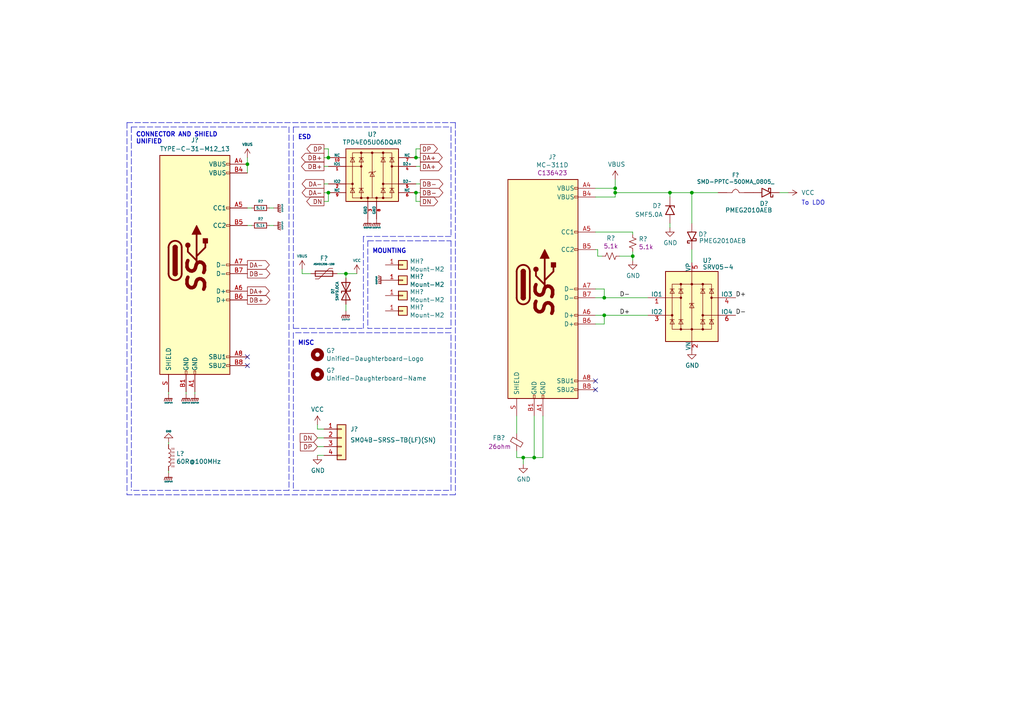
<source format=kicad_sch>
(kicad_sch (version 20211123) (generator eeschema)
  (paper "A4")
  (lib_symbols
    (symbol "Bonsai_C4:MC-311D" (pin_names (offset 1.016))
      (property "Reference" "J" (at -1.27 35.56 0))
      (property "Value" "MC-311D" (at 10.16 33.02 0))
      (property "LCSC" "C136423" (at 0 0 0))
      (symbol "MC-311D_0_0"
        (rectangle (start -0.254 -31.75) (end 0.254 -30.734))
        (rectangle (start 10.16 -28.956) (end 9.144 -29.464))
        (rectangle (start 10.16 -26.416) (end 9.144 -26.924))
        (rectangle (start 10.16 -9.906) (end 9.144 -10.414))
        (rectangle (start 10.16 -7.366) (end 9.144 -7.874))
        (rectangle (start 10.16 -2.286) (end 9.144 -2.794))
        (rectangle (start 10.16 0.254) (end 9.144 -0.254))
        (rectangle (start 10.16 11.684) (end 9.144 11.176))
        (rectangle (start 10.16 16.764) (end 9.144 16.256))
        (rectangle (start 10.16 29.464) (end 9.144 28.956))
        (text "SS" (at 0.508 -3.175 900) (effects (font (size 5.08 5.08) bold italic)))
      )
      (symbol "MC-311D_0_1"
        (rectangle (start -10.16 31.75) (end 10.16 -31.75) (stroke (width 0.254)) (fill (type background)))
        (arc (start -7.62 -2.54) (mid -5.715 -4.445) (end -3.81 -2.54) (stroke (width 0.508)))
        (arc (start -6.35 -2.54) (mid -5.715 -3.175) (end -5.08 -2.54) (stroke (width 0.254)))
        (arc (start -6.35 -2.54) (mid -5.715 -3.175) (end -5.08 -2.54) (stroke (width 0.254)) (fill (type outline)))
        (rectangle (start -6.35 -2.54) (end -5.08 5.08) (stroke (width 0.254)) (fill (type outline)))
        (arc (start -5.08 5.08) (mid -5.715 5.715) (end -6.35 5.08) (stroke (width 0.254)))
        (arc (start -5.08 5.08) (mid -5.715 5.715) (end -6.35 5.08) (stroke (width 0.254)) (fill (type outline)))
        (arc (start -3.81 5.08) (mid -5.715 6.985) (end -7.62 5.08) (stroke (width 0.508)))
        (circle (center -2.032 5.715) (radius 0.635) (stroke (width 0.254)) (fill (type outline)))
        (polyline (pts (xy -7.62 -2.54) (xy -7.62 5.08)) (stroke (width 0.508)))
        (polyline (pts (xy -3.81 5.08) (xy -3.81 -2.54)) (stroke (width 0.508)))
        (polyline (pts (xy 0.508 0) (xy 0.508 8.89)) (stroke (width 0.508)))
        (polyline (pts (xy 0.508 1.27) (xy -2.032 3.81) (xy -2.032 5.08)) (stroke (width 0.508)))
        (polyline (pts (xy 0.508 2.54) (xy 3.048 5.08) (xy 3.048 6.35)) (stroke (width 0.508)))
        (polyline (pts (xy -0.762 8.89) (xy 0.508 11.43) (xy 1.778 8.89) (xy -0.762 8.89)) (stroke (width 0.254)) (fill (type outline)))
        (rectangle (start 2.413 6.35) (end 3.683 7.62) (stroke (width 0.254)) (fill (type outline)))
      )
      (symbol "MC-311D_1_1"
        (rectangle (start -2.794 -31.75) (end -2.286 -30.734))
        (rectangle (start 10.16 26.924) (end 9.144 26.416))
        (pin power_out line (at 0 -36.83 90) (length 5.08) (name "GND") (number "A1"))
        (pin power_out line (at 15.24 29.21 180) (length 5.08) (name "VBUS") (number "A4"))
        (pin bidirectional line (at 15.24 16.51 180) (length 5.08) (name "CC1") (number "A5"))
        (pin bidirectional line (at 15.24 -7.62 180) (length 5.08) (name "D+") (number "A6"))
        (pin bidirectional line (at 15.24 0 180) (length 5.08) (name "D-") (number "A7"))
        (pin bidirectional line (at 15.24 -26.67 180) (length 5.08) (name "SBU1") (number "A8"))
        (pin power_out line (at -2.54 -36.83 90) (length 5.08) (name "GND") (number "B1"))
        (pin power_out line (at 15.24 26.67 180) (length 5.08) (name "VBUS") (number "B4"))
        (pin bidirectional line (at 15.24 11.43 180) (length 5.08) (name "CC2") (number "B5"))
        (pin bidirectional line (at 15.24 -10.16 180) (length 5.08) (name "D+") (number "B6"))
        (pin bidirectional line (at 15.24 -2.54 180) (length 5.08) (name "D-") (number "B7"))
        (pin bidirectional line (at 15.24 -29.21 180) (length 5.08) (name "SBU2") (number "B8"))
        (pin passive line (at -7.62 -36.83 90) (length 5.08) (name "SHIELD") (number "S"))
      )
    )
    (symbol "Bonsai_C4:PMEG2010AEB" (pin_numbers hide) (pin_names (offset 1.016) hide)
      (property "Reference" "D" (at 0 2.54 0))
      (property "Value" "PMEG2010AEB" (at 0 -2.54 0))
      (symbol "PMEG2010AEB_0_1"
        (polyline (pts (xy 1.27 1.27) (xy 1.27 -1.27) (xy -1.27 0) (xy 1.27 1.27)) (stroke (width 0.254)))
        (polyline (pts (xy -1.905 0.635) (xy -1.905 1.27) (xy -1.27 1.27) (xy -1.27 -1.27) (xy -0.635 -1.27) (xy -0.635 -0.635)) (stroke (width 0.254)))
      )
      (symbol "PMEG2010AEB_1_1"
        (pin passive line (at -3.81 0 0) (length 2.54) (name "K") (number "1"))
        (pin passive line (at 3.81 0 180) (length 2.54) (name "A") (number "2"))
      )
    )
    (symbol "Bonsai_C4:SMD-PPTC-500MA_0805_" (pin_numbers hide) (pin_names (offset 1.016) hide)
      (property "Reference" "F" (at -3.81 2.54 0))
      (property "Value" "SMD-PPTC-500MA_0805_" (at -3.81 -2.54 0))
      (symbol "SMD-PPTC-500MA_0805__1_0"
        (polyline (pts (xy -2.54 0) (xy -1.016 0)))
        (polyline (pts (xy 2.54 0) (xy 1.016 0)))
      )
      (symbol "SMD-PPTC-500MA_0805__1_1"
        (arc (start -1.016 0) (mid -0.6429 -0.6429) (end 0 -1.016))
        (arc (start 0 -1.016) (mid 0.6429 -0.6429) (end 1.016 0))
        (pin bidirectional line (at -5.08 0 0) (length 2.54) (name "1") (number "1"))
        (pin bidirectional line (at 5.08 0 180) (length 2.54) (name "2") (number "2"))
      )
    )
    (symbol "Bonsai_C4:SMF5.0A" (pin_numbers hide) (pin_names (offset 1.016) hide)
      (property "Reference" "D" (at 0 2.54 0))
      (property "Value" "SMF5.0A" (at 0 -2.54 0))
      (symbol "SMF5.0A_0_1"
        (polyline (pts (xy -0.762 1.27) (xy -1.27 1.27) (xy -1.27 -1.27)) (stroke (width 0.254)))
        (polyline (pts (xy 1.27 1.27) (xy 1.27 -1.27) (xy -1.27 0) (xy 1.27 1.27)) (stroke (width 0.254)))
      )
      (symbol "SMF5.0A_1_1"
        (pin passive line (at -3.81 0 0) (length 2.54) (name "A1") (number "1"))
        (pin passive line (at 3.81 0 180) (length 2.54) (name "A2") (number "2"))
      )
    )
    (symbol "Bonsai_C4:SRV05-4" (pin_names (offset 0))
      (property "Reference" "U" (at -5.08 11.43 0))
      (property "Value" "SRV05-4" (at 2.54 11.43 0))
      (symbol "SRV05-4_0_0"
        (rectangle (start -5.715 6.477) (end 5.715 -6.604))
        (polyline (pts (xy -3.175 -6.604) (xy -3.175 6.477)))
        (polyline (pts (xy 3.175 6.477) (xy 3.175 -6.604)))
      )
      (symbol "SRV05-4_0_1"
        (rectangle (start -7.62 10.16) (end 7.62 -10.16) (stroke (width 0.254)) (fill (type background)))
        (circle (center -5.715 -2.54) (radius 0.2794) (fill (type outline)))
        (circle (center -3.175 -6.604) (radius 0.2794) (fill (type outline)))
        (circle (center -3.175 2.54) (radius 0.2794) (fill (type outline)))
        (circle (center -3.175 6.477) (radius 0.2794) (fill (type outline)))
        (circle (center 0 -6.604) (radius 0.2794) (fill (type outline)))
        (polyline (pts (xy -7.747 2.54) (xy -3.175 2.54)))
        (polyline (pts (xy -7.62 -2.54) (xy -5.715 -2.54)))
        (polyline (pts (xy -5.08 -3.81) (xy -6.35 -3.81)))
        (polyline (pts (xy -5.08 5.08) (xy -6.35 5.08)))
        (polyline (pts (xy -2.54 -3.81) (xy -3.81 -3.81)))
        (polyline (pts (xy -2.54 5.08) (xy -3.81 5.08)))
        (polyline (pts (xy 0 10.16) (xy 0 -10.16)))
        (polyline (pts (xy 3.81 -3.81) (xy 2.54 -3.81)))
        (polyline (pts (xy 3.81 5.08) (xy 2.54 5.08)))
        (polyline (pts (xy 6.35 -3.81) (xy 5.08 -3.81)))
        (polyline (pts (xy 6.35 5.08) (xy 5.08 5.08)))
        (polyline (pts (xy 7.62 -2.54) (xy 3.175 -2.54)))
        (polyline (pts (xy 7.62 2.54) (xy 5.715 2.54)))
        (polyline (pts (xy 0.635 0.889) (xy -0.635 0.889) (xy -0.635 0.635)))
        (polyline (pts (xy -5.08 -5.08) (xy -6.35 -5.08) (xy -5.715 -3.81) (xy -5.08 -5.08)))
        (polyline (pts (xy -5.08 3.81) (xy -6.35 3.81) (xy -5.715 5.08) (xy -5.08 3.81)))
        (polyline (pts (xy -2.54 -5.08) (xy -3.81 -5.08) (xy -3.175 -3.81) (xy -2.54 -5.08)))
        (polyline (pts (xy -2.54 3.81) (xy -3.81 3.81) (xy -3.175 5.08) (xy -2.54 3.81)))
        (polyline (pts (xy 0.635 -0.381) (xy -0.635 -0.381) (xy 0 0.889) (xy 0.635 -0.381)))
        (polyline (pts (xy 3.81 -5.08) (xy 2.54 -5.08) (xy 3.175 -3.81) (xy 3.81 -5.08)))
        (polyline (pts (xy 3.81 3.81) (xy 2.54 3.81) (xy 3.175 5.08) (xy 3.81 3.81)))
        (polyline (pts (xy 6.35 -5.08) (xy 5.08 -5.08) (xy 5.715 -3.81) (xy 6.35 -5.08)))
        (polyline (pts (xy 6.35 3.81) (xy 5.08 3.81) (xy 5.715 5.08) (xy 6.35 3.81)))
        (circle (center 0 6.477) (radius 0.2794) (fill (type outline)))
        (circle (center 3.175 -6.604) (radius 0.2794) (fill (type outline)))
        (circle (center 3.175 -2.54) (radius 0.2794) (fill (type outline)))
        (circle (center 3.175 6.477) (radius 0.2794) (fill (type outline)))
        (circle (center 5.715 2.54) (radius 0.2794) (fill (type outline)))
      )
      (symbol "SRV05-4_1_1"
        (pin passive line (at -12.7 2.54 0) (length 5.08) (name "IO1") (number "1"))
        (pin passive line (at 0 -12.7 90) (length 2.54) (name "VN") (number "2"))
        (pin passive line (at -12.7 -2.54 0) (length 5.08) (name "IO2") (number "3"))
        (pin passive line (at 12.7 2.54 180) (length 5.08) (name "IO3") (number "4"))
        (pin passive line (at 0 12.7 270) (length 2.54) (name "VP") (number "5"))
        (pin passive line (at 12.7 -2.54 180) (length 5.08) (name "IO4") (number "6"))
      )
    )
    (symbol "Bonsai_C4:fb_0402_26ohm" (pin_numbers hide) (pin_names (offset 0))
      (property "Reference" "FB" (at -6.35 1.27 0))
      (property "Display value" "26ohm" (at -6.35 -1.905 0))
      (symbol "fb_0402_26ohm_0_1"
        (polyline (pts (xy 0 -1.27) (xy 0 -0.7874)))
        (polyline (pts (xy 0 0.889) (xy 0 1.2954)))
        (polyline (pts (xy -1.8288 0.2794) (xy -1.1176 1.4986) (xy 1.8288 -0.2032) (xy 1.1176 -1.4224) (xy -1.8288 0.2794)))
      )
      (symbol "fb_0402_26ohm_1_1"
        (pin passive line (at 0 2.54 270) (length 1.27) (name "~") (number "1"))
        (pin passive line (at 0 -2.54 90) (length 1.27) (name "~") (number "2"))
      )
    )
    (symbol "Bonsai_C4:r_5.1k_0402_1p" (pin_numbers hide) (pin_names (offset 0.254) hide)
      (property "Reference" "R" (at 0.762 0.508 0))
      (property "Display value" "5.1k" (at -3.81 -0.635 0))
      (symbol "r_5.1k_0402_1p_1_1"
        (polyline (pts (xy 0 0) (xy 1.016 -0.381) (xy 0 -0.762) (xy -1.016 -1.143) (xy 0 -1.524)))
        (polyline (pts (xy 0 1.524) (xy 1.016 1.143) (xy 0 0.762) (xy -1.016 0.381) (xy 0 0)))
        (pin passive line (at 0 2.54 270) (length 1.016) (name "~") (number "1"))
        (pin passive line (at 0 -2.54 90) (length 1.016) (name "~") (number "2"))
      )
    )
    (symbol "Connector_Generic:Conn_01x01" (pin_names (offset 1.016) hide)
      (property "Reference" "J" (at 0 2.54 0))
      (property "Value" "Conn_01x01" (at 0 -2.54 0))
      (symbol "Conn_01x01_1_1"
        (rectangle (start -1.27 0.127) (end 0 -0.127) (stroke (width 0.1524)))
        (rectangle (start -1.27 1.27) (end 1.27 -1.27) (stroke (width 0.254)) (fill (type background)))
        (pin passive line (at -5.08 0 0) (length 3.81) (name "Pin_1") (number "1"))
      )
    )
    (symbol "Connector_Generic:Conn_01x04" (pin_names (offset 1.016) hide)
      (property "Reference" "J" (at 0 5.08 0))
      (property "Value" "Conn_01x04" (at 0 -7.62 0))
      (symbol "Conn_01x04_1_1"
        (rectangle (start -1.27 -4.953) (end 0 -5.207) (stroke (width 0.1524)))
        (rectangle (start -1.27 -2.413) (end 0 -2.667) (stroke (width 0.1524)))
        (rectangle (start -1.27 0.127) (end 0 -0.127) (stroke (width 0.1524)))
        (rectangle (start -1.27 2.667) (end 0 2.413) (stroke (width 0.1524)))
        (rectangle (start -1.27 3.81) (end 1.27 -6.35) (stroke (width 0.254)) (fill (type background)))
        (pin passive line (at -5.08 2.54 0) (length 3.81) (name "Pin_1") (number "1"))
        (pin passive line (at -5.08 0 0) (length 3.81) (name "Pin_2") (number "2"))
        (pin passive line (at -5.08 -2.54 0) (length 3.81) (name "Pin_3") (number "3"))
        (pin passive line (at -5.08 -5.08 0) (length 3.81) (name "Pin_4") (number "4"))
      )
    )
    (symbol "Device:D_TVS" (pin_numbers hide) (pin_names (offset 1.016) hide)
      (property "Reference" "D" (at 0 2.54 0))
      (property "Value" "D_TVS" (at 0 -2.54 0))
      (symbol "D_TVS_0_1"
        (polyline (pts (xy 1.27 0) (xy -1.27 0)))
        (polyline (pts (xy 0.508 1.27) (xy 0 1.27) (xy 0 -1.27) (xy -0.508 -1.27)) (stroke (width 0.254)))
        (polyline (pts (xy -2.54 1.27) (xy -2.54 -1.27) (xy 2.54 1.27) (xy 2.54 -1.27) (xy -2.54 1.27)) (stroke (width 0.254)))
      )
      (symbol "D_TVS_1_1"
        (pin passive line (at -3.81 0 0) (length 2.54) (name "A1") (number "1"))
        (pin passive line (at 3.81 0 180) (length 2.54) (name "A2") (number "2"))
      )
    )
    (symbol "Device:Polyfuse" (pin_numbers hide) (pin_names (offset 0))
      (property "Reference" "F" (at -2.54 0 90))
      (property "Value" "Polyfuse" (at 2.54 0 90))
      (symbol "Polyfuse_0_1"
        (rectangle (start -0.762 2.54) (end 0.762 -2.54) (stroke (width 0.254)))
        (polyline (pts (xy 0 2.54) (xy 0 -2.54)))
        (polyline (pts (xy -1.524 2.54) (xy -1.524 1.524) (xy 1.524 -1.524) (xy 1.524 -2.54)))
      )
      (symbol "Polyfuse_1_1"
        (pin passive line (at 0 3.81 270) (length 1.27) (name "~") (number "1"))
        (pin passive line (at 0 -3.81 90) (length 1.27) (name "~") (number "2"))
      )
    )
    (symbol "Device:R_Small" (pin_numbers hide) (pin_names (offset 0.254) hide)
      (property "Reference" "R" (at 0.762 0.508 0))
      (property "Value" "R_Small" (at 0.762 -1.016 0))
      (symbol "R_Small_0_1"
        (rectangle (start -0.762 1.778) (end 0.762 -1.778) (stroke (width 0.2032)))
      )
      (symbol "R_Small_1_1"
        (pin passive line (at 0 2.54 270) (length 0.762) (name "~") (number "1"))
        (pin passive line (at 0 -2.54 90) (length 0.762) (name "~") (number "2"))
      )
    )
    (symbol "Mechanical:MountingHole" (pin_names (offset 1.016))
      (property "Reference" "H" (at 0 5.08 0))
      (property "Value" "MountingHole" (at 0 3.175 0))
      (symbol "MountingHole_0_1"
        (circle (center 0 0) (radius 1.27) (stroke (width 1.27)))
      )
    )
    (symbol "Unified-Daughterboard-rescue:L_Core_Ferrite-Device" (pin_numbers hide) (pin_names (offset 1.016) hide)
      (property "Reference" "L" (at -1.27 0 90))
      (property "Value" "L_Core_Ferrite-Device" (at 2.794 0 90))
      (symbol "L_Core_Ferrite-Device_0_1"
        (arc (start 0 -2.54) (mid 0.635 -1.905) (end 0 -1.27))
        (arc (start 0 -1.27) (mid 0.635 -0.635) (end 0 0))
        (polyline (pts (xy 1.016 -2.794) (xy 1.016 -2.286)))
        (polyline (pts (xy 1.016 -1.778) (xy 1.016 -1.27)))
        (polyline (pts (xy 1.016 -0.762) (xy 1.016 -0.254)))
        (polyline (pts (xy 1.016 0.254) (xy 1.016 0.762)))
        (polyline (pts (xy 1.016 1.27) (xy 1.016 1.778)))
        (polyline (pts (xy 1.016 2.286) (xy 1.016 2.794)))
        (polyline (pts (xy 1.524 -2.286) (xy 1.524 -2.794)))
        (polyline (pts (xy 1.524 -1.27) (xy 1.524 -1.778)))
        (polyline (pts (xy 1.524 -0.254) (xy 1.524 -0.762)))
        (polyline (pts (xy 1.524 0.762) (xy 1.524 0.254)))
        (polyline (pts (xy 1.524 1.778) (xy 1.524 1.27)))
        (polyline (pts (xy 1.524 2.794) (xy 1.524 2.286)))
        (arc (start 0 0) (mid 0.635 0.635) (end 0 1.27))
        (arc (start 0 1.27) (mid 0.635 1.905) (end 0 2.54))
      )
      (symbol "L_Core_Ferrite-Device_1_1"
        (pin passive line (at 0 3.81 270) (length 1.27) (name "1") (number "1"))
        (pin passive line (at 0 -3.81 90) (length 1.27) (name "2") (number "2"))
      )
    )
    (symbol "Unified-Daughterboard-rescue:TPD4E05U06DQAR-acheronSymbols" (pin_names (offset 0))
      (property "Reference" "U" (at 0 12.7 0))
      (property "Value" "TPD4E05U06DQAR-acheronSymbols" (at 0 10.16 0))
      (symbol "TPD4E05U06DQAR-acheronSymbols_0_0"
        (rectangle (start -5.715 6.477) (end 5.715 -6.604))
        (polyline (pts (xy -3.175 -6.604) (xy -3.175 6.477)))
        (polyline (pts (xy 0 6.477) (xy 0 -6.604)))
        (polyline (pts (xy 3.175 6.477) (xy 3.175 -6.604)))
      )
      (symbol "TPD4E05U06DQAR-acheronSymbols_0_1"
        (rectangle (start -7.62 7.62) (end 7.62 -7.62) (stroke (width 0.254)) (fill (type background)))
        (circle (center -5.715 -2.54) (radius 0.2794) (fill (type outline)))
        (circle (center -3.175 -6.604) (radius 0.2794) (fill (type outline)))
        (circle (center -3.175 2.54) (radius 0.2794) (fill (type outline)))
        (circle (center -3.175 6.477) (radius 0.2794) (fill (type outline)))
        (circle (center -1.27 -6.604) (radius 0.2794) (fill (type outline)))
        (polyline (pts (xy -7.747 2.54) (xy -3.175 2.54)))
        (polyline (pts (xy -7.62 -2.54) (xy -5.715 -2.54)))
        (polyline (pts (xy -5.08 -3.81) (xy -6.35 -3.81)))
        (polyline (pts (xy -5.08 5.08) (xy -6.35 5.08)))
        (polyline (pts (xy -2.54 -3.81) (xy -3.81 -3.81)))
        (polyline (pts (xy -2.54 5.08) (xy -3.81 5.08)))
        (polyline (pts (xy -1.27 -6.604) (xy -1.27 -7.62)))
        (polyline (pts (xy -0.635 0.889) (xy -1.016 0.635)))
        (polyline (pts (xy 0.635 0.889) (xy -0.635 0.889)))
        (polyline (pts (xy 0.635 0.889) (xy 1.016 1.143)))
        (polyline (pts (xy 3.81 -3.81) (xy 2.54 -3.81)))
        (polyline (pts (xy 3.81 5.08) (xy 2.54 5.08)))
        (polyline (pts (xy 6.35 -3.81) (xy 5.08 -3.81)))
        (polyline (pts (xy 6.35 5.08) (xy 5.08 5.08)))
        (polyline (pts (xy 7.62 -2.54) (xy 3.175 -2.54)))
        (polyline (pts (xy 7.62 2.54) (xy 5.715 2.54)))
        (polyline (pts (xy -5.08 -5.08) (xy -6.35 -5.08) (xy -5.715 -3.81) (xy -5.08 -5.08)))
        (polyline (pts (xy -5.08 3.81) (xy -6.35 3.81) (xy -5.715 5.08) (xy -5.08 3.81)))
        (polyline (pts (xy -2.54 -5.08) (xy -3.81 -5.08) (xy -3.175 -3.81) (xy -2.54 -5.08)))
        (polyline (pts (xy -2.54 3.81) (xy -3.81 3.81) (xy -3.175 5.08) (xy -2.54 3.81)))
        (polyline (pts (xy 0.635 -0.381) (xy -0.635 -0.381) (xy 0 0.889) (xy 0.635 -0.381)))
        (polyline (pts (xy 3.81 -5.08) (xy 2.54 -5.08) (xy 3.175 -3.81) (xy 3.81 -5.08)))
        (polyline (pts (xy 3.81 3.81) (xy 2.54 3.81) (xy 3.175 5.08) (xy 3.81 3.81)))
        (polyline (pts (xy 6.35 -5.08) (xy 5.08 -5.08) (xy 5.715 -3.81) (xy 6.35 -5.08)))
        (polyline (pts (xy 6.35 3.81) (xy 5.08 3.81) (xy 5.715 5.08) (xy 6.35 3.81)))
        (circle (center 0 6.477) (radius 0.2794) (fill (type outline)))
        (circle (center 3.175 -6.604) (radius 0.2794) (fill (type outline)))
        (circle (center 3.175 -2.54) (radius 0.2794) (fill (type outline)))
        (circle (center 3.175 6.477) (radius 0.2794) (fill (type outline)))
        (circle (center 5.715 2.54) (radius 0.2794) (fill (type outline)))
      )
      (symbol "TPD4E05U06DQAR-acheronSymbols_1_1"
        (polyline (pts (xy 1.27 -6.604) (xy 1.27 -7.62)))
        (circle (center 1.27 -6.604) (radius 0.2794) (fill (type outline)))
        (pin bidirectional line (at -12.7 2.54 0) (length 5.08) (name "IO1") (number "1"))
        (pin bidirectional line (at -12.7 5.08 0) (length 5.08) (name "NC") (number "10"))
        (pin bidirectional line (at -12.7 -2.54 0) (length 5.08) (name "IO2") (number "2"))
        (pin power_in line (at -1.27 -12.7 90) (length 5.08) (name "GND") (number "3"))
        (pin bidirectional line (at 12.7 2.54 180) (length 5.08) (name "D2+") (number "4"))
        (pin bidirectional line (at 12.7 -2.54 180) (length 5.08) (name "D2-") (number "5"))
        (pin bidirectional line (at 12.7 -5.08 180) (length 5.08) (name "NC") (number "6"))
        (pin bidirectional line (at 12.7 5.08 180) (length 5.08) (name "NC") (number "7"))
        (pin power_in line (at 1.27 -12.7 90) (length 5.08) (name "GND") (number "8"))
        (pin bidirectional line (at -12.7 -5.08 0) (length 5.08) (name "NC") (number "9"))
      )
    )
    (symbol "Unified-Daughterboard-rescue:TYPE-C-31-M12_13-acheronSymbols" (pin_names (offset 1.016))
      (property "Reference" "J" (at -1.27 35.56 0))
      (property "Value" "TYPE-C-31-M12_13-acheronSymbols" (at 10.16 33.02 0))
      (symbol "TYPE-C-31-M12_13-acheronSymbols_0_0"
        (rectangle (start -0.254 -31.75) (end 0.254 -30.734))
        (rectangle (start 10.16 -28.956) (end 9.144 -29.464))
        (rectangle (start 10.16 -26.416) (end 9.144 -26.924))
        (rectangle (start 10.16 -9.906) (end 9.144 -10.414))
        (rectangle (start 10.16 -7.366) (end 9.144 -7.874))
        (rectangle (start 10.16 -2.286) (end 9.144 -2.794))
        (rectangle (start 10.16 0.254) (end 9.144 -0.254))
        (rectangle (start 10.16 11.684) (end 9.144 11.176))
        (rectangle (start 10.16 16.764) (end 9.144 16.256))
        (rectangle (start 10.16 29.464) (end 9.144 28.956))
        (text "SS" (at 0.508 -3.175 900) (effects (font (size 5.08 5.08) bold italic)))
      )
      (symbol "TYPE-C-31-M12_13-acheronSymbols_0_1"
        (rectangle (start -10.16 31.75) (end 10.16 -31.75) (stroke (width 0.254)) (fill (type background)))
        (arc (start -7.62 -2.54) (mid -5.715 -4.445) (end -3.81 -2.54) (stroke (width 0.508)))
        (arc (start -6.35 -2.54) (mid -5.715 -3.175) (end -5.08 -2.54) (stroke (width 0.254)))
        (arc (start -6.35 -2.54) (mid -5.715 -3.175) (end -5.08 -2.54) (stroke (width 0.254)) (fill (type outline)))
        (rectangle (start -6.35 -2.54) (end -5.08 5.08) (stroke (width 0.254)) (fill (type outline)))
        (arc (start -5.08 5.08) (mid -5.715 5.715) (end -6.35 5.08) (stroke (width 0.254)))
        (arc (start -5.08 5.08) (mid -5.715 5.715) (end -6.35 5.08) (stroke (width 0.254)) (fill (type outline)))
        (arc (start -3.81 5.08) (mid -5.715 6.985) (end -7.62 5.08) (stroke (width 0.508)))
        (circle (center -2.032 5.715) (radius 0.635) (stroke (width 0.254)) (fill (type outline)))
        (polyline (pts (xy -7.62 -2.54) (xy -7.62 5.08)) (stroke (width 0.508)))
        (polyline (pts (xy -3.81 5.08) (xy -3.81 -2.54)) (stroke (width 0.508)))
        (polyline (pts (xy 0.508 0) (xy 0.508 8.89)) (stroke (width 0.508)))
        (polyline (pts (xy 0.508 1.27) (xy -2.032 3.81) (xy -2.032 5.08)) (stroke (width 0.508)))
        (polyline (pts (xy 0.508 2.54) (xy 3.048 5.08) (xy 3.048 6.35)) (stroke (width 0.508)))
        (polyline (pts (xy -0.762 8.89) (xy 0.508 11.43) (xy 1.778 8.89) (xy -0.762 8.89)) (stroke (width 0.254)) (fill (type outline)))
        (rectangle (start 2.413 6.35) (end 3.683 7.62) (stroke (width 0.254)) (fill (type outline)))
      )
      (symbol "TYPE-C-31-M12_13-acheronSymbols_1_1"
        (rectangle (start -2.794 -31.75) (end -2.286 -30.734))
        (rectangle (start 10.16 26.924) (end 9.144 26.416))
        (pin power_out line (at 0 -36.83 90) (length 5.08) (name "GND") (number "A1"))
        (pin power_out line (at 15.24 29.21 180) (length 5.08) (name "VBUS") (number "A4"))
        (pin bidirectional line (at 15.24 16.51 180) (length 5.08) (name "CC1") (number "A5"))
        (pin bidirectional line (at 15.24 -7.62 180) (length 5.08) (name "D+") (number "A6"))
        (pin bidirectional line (at 15.24 0 180) (length 5.08) (name "D-") (number "A7"))
        (pin bidirectional line (at 15.24 -26.67 180) (length 5.08) (name "SBU1") (number "A8"))
        (pin power_out line (at -2.54 -36.83 90) (length 5.08) (name "GND") (number "B1"))
        (pin power_out line (at 15.24 26.67 180) (length 5.08) (name "VBUS") (number "B4"))
        (pin bidirectional line (at 15.24 11.43 180) (length 5.08) (name "CC2") (number "B5"))
        (pin bidirectional line (at 15.24 -10.16 180) (length 5.08) (name "D+") (number "B6"))
        (pin bidirectional line (at 15.24 -2.54 180) (length 5.08) (name "D-") (number "B7"))
        (pin bidirectional line (at 15.24 -29.21 180) (length 5.08) (name "SBU2") (number "B8"))
        (pin passive line (at -7.62 -36.83 90) (length 5.08) (name "SHIELD") (number "S"))
      )
    )
    (symbol "power:GND" (power) (pin_names (offset 0))
      (property "Value" "GND" (at 0 -3.81 0))
      (symbol "GND_0_1"
        (polyline (pts (xy 0 0) (xy 0 -1.27) (xy 1.27 -1.27) (xy 0 -2.54) (xy -1.27 -1.27) (xy 0 -1.27)))
      )
      (symbol "GND_1_1"
        (pin power_in line (at 0 0 270) (length 0) hide (name "GND") (number "1"))
      )
    )
    (symbol "power:GNDPWR" (power) (pin_names (offset 0))
      (property "Value" "GNDPWR" (at 0 -3.302 0))
      (symbol "GNDPWR_0_1"
        (polyline (pts (xy 0 -1.27) (xy 0 0)))
        (polyline (pts (xy -1.016 -1.27) (xy -1.27 -2.032) (xy -1.27 -2.032)) (stroke (width 0.2032)))
        (polyline (pts (xy -0.508 -1.27) (xy -0.762 -2.032) (xy -0.762 -2.032)) (stroke (width 0.2032)))
        (polyline (pts (xy 0 -1.27) (xy -0.254 -2.032) (xy -0.254 -2.032)) (stroke (width 0.2032)))
        (polyline (pts (xy 0.508 -1.27) (xy 0.254 -2.032) (xy 0.254 -2.032)) (stroke (width 0.2032)))
        (polyline (pts (xy 1.016 -1.27) (xy -1.016 -1.27) (xy -1.016 -1.27)) (stroke (width 0.2032)))
        (polyline (pts (xy 1.016 -1.27) (xy 0.762 -2.032) (xy 0.762 -2.032) (xy 0.762 -2.032)) (stroke (width 0.2032)))
      )
      (symbol "GNDPWR_1_1"
        (pin power_in line (at 0 0 270) (length 0) hide (name "GNDPWR") (number "1"))
      )
    )
    (symbol "power:VBUS" (power) (pin_names (offset 0))
      (property "Value" "VBUS" (at 0 3.81 0))
      (symbol "VBUS_0_1"
        (polyline (pts (xy -0.762 1.27) (xy 0 2.54)))
        (polyline (pts (xy 0 0) (xy 0 2.54)))
        (polyline (pts (xy 0 2.54) (xy 0.762 1.27)))
      )
      (symbol "VBUS_1_1"
        (pin power_in line (at 0 0 90) (length 0) hide (name "VBUS") (number "1"))
      )
    )
    (symbol "power:VCC" (power) (pin_names (offset 0))
      (property "Value" "VCC" (at 0 3.81 0))
      (symbol "VCC_0_1"
        (polyline (pts (xy -0.762 1.27) (xy 0 2.54)))
        (polyline (pts (xy 0 0) (xy 0 2.54)))
        (polyline (pts (xy 0 2.54) (xy 0.762 1.27)))
      )
      (symbol "VCC_1_1"
        (pin power_in line (at 0 0 90) (length 0) hide (name "VCC") (number "1"))
      )
    )
  )
  (junction (at 175.26 86.36))
  (junction (at 194.31 55.88))
  (junction (at 100.33 79.375))
  (junction (at 178.435 55.88))
  (junction (at 120.65 45.72))
  (junction (at 151.765 132.715))
  (junction (at 200.66 55.88))
  (junction (at 175.26 91.44))
  (junction (at 71.755 47.625))
  (junction (at 183.515 74.295))
  (junction (at 120.65 55.88))
  (junction (at 95.25 45.72))
  (junction (at 178.435 54.61))
  (junction (at 154.94 132.715))
  (junction (at 95.25 55.88))
  (no_connect (at 172.72 110.49))
  (no_connect (at 71.755 106.045))
  (no_connect (at 172.72 113.03))
  (no_connect (at 71.755 103.505))
  (wire (pts (xy 151.765 132.715) (xy 151.765 134.62)))
  (wire (pts (xy 178.435 57.15) (xy 178.435 55.88)))
  (wire (pts (xy 172.72 57.15) (xy 178.435 57.15)))
  (wire (pts (xy 95.25 58.42) (xy 95.25 55.88)))
  (wire (pts (xy 93.98 58.42) (xy 95.25 58.42)))
  (wire (pts (xy 194.31 55.88) (xy 178.435 55.88)))
  (wire (pts (xy 172.72 54.61) (xy 178.435 54.61)))
  (wire (pts (xy 200.66 55.88) (xy 194.31 55.88)))
  (polyline (pts (xy 36.83 35.56) (xy 132.08 35.56)))
  (polyline (pts (xy 130.81 69.85) (xy 130.81 95.25)))
  (wire (pts (xy 175.26 83.82) (xy 175.26 86.36)))
  (wire (pts (xy 120.65 58.42) (xy 121.92 58.42)))
  (polyline (pts (xy 85.09 36.83) (xy 130.81 36.83)))
  (polyline (pts (xy 130.81 95.25) (xy 106.68 95.25)))
  (wire (pts (xy 173.355 74.295) (xy 174.625 74.295)))
  (wire (pts (xy 149.86 120.65) (xy 149.86 125.73)))
  (wire (pts (xy 97.79 79.375) (xy 100.33 79.375)))
  (polyline (pts (xy 83.82 36.83) (xy 83.82 142.24)))
  (polyline (pts (xy 85.09 142.24) (xy 130.81 142.24)))
  (wire (pts (xy 92.075 132.08) (xy 93.98 132.08)))
  (wire (pts (xy 120.65 48.26) (xy 121.92 48.26)))
  (wire (pts (xy 172.72 93.98) (xy 175.26 93.98)))
  (wire (pts (xy 183.515 67.31) (xy 172.72 67.31)))
  (wire (pts (xy 78.105 65.405) (xy 79.375 65.405)))
  (polyline (pts (xy 132.08 143.51) (xy 36.83 143.51)))
  (wire (pts (xy 100.33 79.375) (xy 103.505 79.375)))
  (wire (pts (xy 154.94 120.65) (xy 154.94 132.715)))
  (wire (pts (xy 93.98 45.72) (xy 95.25 45.72)))
  (wire (pts (xy 71.755 60.325) (xy 73.025 60.325)))
  (wire (pts (xy 56.515 113.665) (xy 56.515 114.3)))
  (wire (pts (xy 120.65 55.88) (xy 121.92 55.88)))
  (wire (pts (xy 194.31 64.77) (xy 194.31 66.04)))
  (wire (pts (xy 71.755 65.405) (xy 73.025 65.405)))
  (polyline (pts (xy 36.83 35.56) (xy 36.83 143.51)))
  (wire (pts (xy 194.31 57.15) (xy 194.31 55.88)))
  (wire (pts (xy 120.65 53.34) (xy 121.92 53.34)))
  (wire (pts (xy 187.96 86.36) (xy 175.26 86.36)))
  (wire (pts (xy 149.86 130.81) (xy 149.86 132.715)))
  (wire (pts (xy 71.755 45.72) (xy 71.755 47.625)))
  (wire (pts (xy 120.65 55.88) (xy 120.65 58.42)))
  (wire (pts (xy 179.705 74.295) (xy 183.515 74.295)))
  (wire (pts (xy 183.515 73.025) (xy 183.515 74.295)))
  (polyline (pts (xy 130.81 68.58) (xy 105.41 68.58)))
  (polyline (pts (xy 106.68 69.85) (xy 130.81 69.85)))
  (wire (pts (xy 87.63 78.105) (xy 87.63 79.375)))
  (wire (pts (xy 183.515 74.295) (xy 183.515 75.565)))
  (wire (pts (xy 178.435 54.61) (xy 178.435 55.88)))
  (wire (pts (xy 200.66 55.88) (xy 200.66 64.77)))
  (wire (pts (xy 100.33 79.375) (xy 100.33 80.645)))
  (wire (pts (xy 200.66 72.39) (xy 200.66 76.2)))
  (wire (pts (xy 87.63 79.375) (xy 90.17 79.375)))
  (wire (pts (xy 178.435 52.07) (xy 178.435 54.61)))
  (wire (pts (xy 48.895 113.665) (xy 48.895 114.3)))
  (wire (pts (xy 173.355 72.39) (xy 173.355 74.295)))
  (wire (pts (xy 93.98 53.34) (xy 95.25 53.34)))
  (wire (pts (xy 93.98 48.26) (xy 95.25 48.26)))
  (polyline (pts (xy 130.81 96.52) (xy 85.09 96.52)))
  (wire (pts (xy 157.48 132.715) (xy 157.48 120.65)))
  (wire (pts (xy 151.765 132.715) (xy 154.94 132.715)))
  (wire (pts (xy 208.28 55.88) (xy 200.66 55.88)))
  (wire (pts (xy 175.26 91.44) (xy 187.96 91.44)))
  (wire (pts (xy 92.075 123.19) (xy 92.075 124.46)))
  (wire (pts (xy 172.72 91.44) (xy 175.26 91.44)))
  (wire (pts (xy 71.755 47.625) (xy 71.755 50.165)))
  (wire (pts (xy 173.355 72.39) (xy 172.72 72.39)))
  (wire (pts (xy 48.895 136.525) (xy 48.895 137.16)))
  (wire (pts (xy 92.075 124.46) (xy 93.98 124.46)))
  (polyline (pts (xy 132.08 35.56) (xy 132.08 143.51)))
  (polyline (pts (xy 85.09 96.52) (xy 85.09 142.24)))
  (polyline (pts (xy 130.81 142.24) (xy 130.81 96.52)))
  (wire (pts (xy 226.06 55.88) (xy 228.6 55.88)))
  (polyline (pts (xy 38.1 36.83) (xy 38.1 142.24)))
  (wire (pts (xy 95.25 43.18) (xy 95.25 45.72)))
  (wire (pts (xy 175.26 86.36) (xy 172.72 86.36)))
  (polyline (pts (xy 85.09 95.25) (xy 105.41 95.25)))
  (polyline (pts (xy 83.82 142.24) (xy 38.1 142.24)))
  (wire (pts (xy 93.98 127) (xy 92.075 127)))
  (polyline (pts (xy 130.81 36.83) (xy 130.81 68.58)))
  (wire (pts (xy 48.895 128.27) (xy 48.895 128.905)))
  (polyline (pts (xy 85.09 36.83) (xy 85.09 95.25)))
  (wire (pts (xy 175.26 91.44) (xy 175.26 93.98)))
  (wire (pts (xy 120.65 45.72) (xy 121.92 45.72)))
  (wire (pts (xy 121.92 43.18) (xy 120.65 43.18)))
  (polyline (pts (xy 105.41 68.58) (xy 105.41 95.25)))
  (wire (pts (xy 120.65 43.18) (xy 120.65 45.72)))
  (wire (pts (xy 172.72 83.82) (xy 175.26 83.82)))
  (wire (pts (xy 93.98 43.18) (xy 95.25 43.18)))
  (wire (pts (xy 149.86 132.715) (xy 151.765 132.715)))
  (wire (pts (xy 92.075 129.54) (xy 93.98 129.54)))
  (wire (pts (xy 78.105 60.325) (xy 79.375 60.325)))
  (wire (pts (xy 53.975 113.665) (xy 53.975 114.3)))
  (wire (pts (xy 93.98 55.88) (xy 95.25 55.88)))
  (polyline (pts (xy 106.68 69.85) (xy 106.68 95.25)))
  (wire (pts (xy 100.33 88.265) (xy 100.33 90.17)))
  (wire (pts (xy 183.515 67.945) (xy 183.515 67.31)))
  (wire (pts (xy 154.94 132.715) (xy 157.48 132.715)))
  (polyline (pts (xy 38.1 36.83) (xy 83.82 36.83)))
  (text "MISC" (at 86.36 100.33 0) (effects (font (size 1.27 1.27) bold) (justify left bottom)))
  (text "To LDO" (at 232.41 59.69 0) (effects (font (size 1.27 1.27)) (justify left bottom)))
  (text "ESD" (at 86.36 40.64 0) (effects (font (size 1.27 1.27) bold) (justify left bottom)))
  (text "MOUNTING" (at 107.95 73.66 0) (effects (font (size 1.27 1.27) bold) (justify left bottom)))
  (text "CONNECTOR AND SHIELD\nUNIFIED\n" (at 39.37 41.91 0) (effects (font (size 1.27 1.27) (thickness 0.254) bold) (justify left bottom)))
  (label "D+" (at 179.705 91.44 0))
  (label "D-" (at 213.36 91.44 0))
  (label "D+" (at 213.36 86.36 0))
  (label "D-" (at 179.705 86.36 0))
  (global_label "DP" (shape input) (at 92.075 129.54 180) (property "Intersheet References" "${INTERSHEET_REFS}" (effects hide)))
  (global_label "DN" (shape input) (at 92.075 127 180) (property "Intersheet References" "${INTERSHEET_REFS}" (effects hide)))
  (global_label "DA+" (shape output) (at 71.755 84.455 0) (property "Intersheet References" "${INTERSHEET_REFS}" (effects hide)))
  (global_label "DA+" (shape output) (at 121.92 48.26 0) (property "Intersheet References" "${INTERSHEET_REFS}" (effects hide)))
  (global_label "DA-" (shape output) (at 93.98 55.88 180) (property "Intersheet References" "${INTERSHEET_REFS}" (effects hide)))
  (global_label "DB+" (shape output) (at 71.755 86.995 0) (property "Intersheet References" "${INTERSHEET_REFS}" (effects hide)))
  (global_label "DB-" (shape output) (at 71.755 79.375 0) (property "Intersheet References" "${INTERSHEET_REFS}" (effects hide)))
  (global_label "DB-" (shape output) (at 121.92 53.34 0) (property "Intersheet References" "${INTERSHEET_REFS}" (effects hide)))
  (global_label "DN" (shape output) (at 93.98 58.42 180) (property "Intersheet References" "${INTERSHEET_REFS}" (effects hide)))
  (global_label "DA-" (shape output) (at 93.98 53.34 180) (property "Intersheet References" "${INTERSHEET_REFS}" (effects hide)))
  (global_label "DB+" (shape output) (at 93.98 45.72 180) (property "Intersheet References" "${INTERSHEET_REFS}" (effects hide)))
  (global_label "DB+" (shape output) (at 93.98 48.26 180) (property "Intersheet References" "${INTERSHEET_REFS}" (effects hide)))
  (global_label "DA-" (shape output) (at 71.755 76.835 0) (property "Intersheet References" "${INTERSHEET_REFS}" (effects hide)))
  (global_label "DP" (shape output) (at 93.98 43.18 180) (property "Intersheet References" "${INTERSHEET_REFS}" (effects hide)))
  (global_label "DA+" (shape output) (at 121.92 45.72 0) (property "Intersheet References" "${INTERSHEET_REFS}" (effects hide)))
  (global_label "DB-" (shape output) (at 121.92 55.88 0) (property "Intersheet References" "${INTERSHEET_REFS}" (effects hide)))
  (global_label "DN" (shape output) (at 121.92 58.42 0) (property "Intersheet References" "${INTERSHEET_REFS}" (effects hide)))
  (global_label "DP" (shape output) (at 121.92 43.18 0) (property "Intersheet References" "${INTERSHEET_REFS}" (effects hide)))
  (symbol (lib_id "Bonsai_C4:PMEG2010AEB") (at 200.66 68.58 90) (unit 1)
    (property "Reference" "D?" (at 203.835 67.945 90))
    (property "Value" "PMEG2010AEB" (at 209.55 69.85 90))
    (property "Footprint" "Bonsai_C4:D_SOD-523" (effects hide))
    (property "LCSC" "C282563" (effects hide))
  )
  (symbol (lib_id "Unified-Daughterboard-rescue:TYPE-C-31-M12_13-acheronSymbols") (at 56.515 76.835 0) (unit 1)
    (property "Reference" "J?" (at 56.515 40.64 0))
    (property "Value" "TYPE-C-31-M12_13" (at 56.515 43.18 0))
    (property "Footprint" "acheron_Connectors:TYPE-C-31-M-12" (effects hide))
    (property "Manufacturer" "Korean Hroparts" (effects hide))
    (property "Manufacturer Part No" "TYPE-C-31-M-12" (effects hide))
    (property "LCSC Part No" "C165948" (effects hide))
  )
  (symbol (lib_id "Unified-Daughterboard-rescue:TPD4E05U06DQAR-acheronSymbols") (at 107.95 50.8 0) (unit 1)
    (property "Reference" "U?" (at 107.95 38.9636 0))
    (property "Value" "TPD4E05U06DQAR" (at 107.95 41.275 0))
    (property "Footprint" "acheron_Components:USON-10_2.5x1.0mm_P0.5mm" (effects hide))
    (property "Manufacturer" "Texas Instruments" (effects hide))
    (property "Manufacturer Part No" "TPD4E05U06DQAR" (effects hide))
    (property "LCSC Part No" "C138714" (effects hide))
    (property "Package" "uSON-10" (effects hide))
  )
  (symbol (lib_id "Connector_Generic:Conn_01x01") (at 116.84 81.28 0) (unit 1)
    (property "Reference" "MH?" (at 118.8466 80.2132 0) (effects (justify left)))
    (property "Value" "Mount-M2" (at 118.8466 82.5246 0) (effects (justify left)))
    (property "Footprint" "random-keyboard-parts:Generic-Mounthole" (effects hide))
  )
  (symbol (lib_id "Mechanical:MountingHole") (at 92.075 108.585 0) (unit 1)
    (property "Reference" "G?" (at 94.615 107.442 0) (effects (justify left)))
    (property "Value" "Unified-Daughterboard-Name" (at 94.615 109.728 0) (effects (justify left)))
    (property "Footprint" "Unified-Daughterboard-Logo:Unified-Daughterboard-Name.pretty" (effects hide))
  )
  (symbol (lib_id "power:VBUS") (at 71.755 45.72 0) (unit 1)
    (property "Reference" "#PWR?" (effects hide))
    (property "Value" "VBUS" (at 71.755 41.91 0) (effects (font (size 0.762 0.762))))
  )
  (symbol (lib_id "power:GND") (at 92.075 132.08 0) (unit 1)
    (property "Reference" "#PWR?" (effects hide))
    (property "Value" "GND" (at 92.202 136.4742 0))
  )
  (symbol (lib_id "Device:R_Small") (at 75.565 60.325 90) (unit 1)
    (property "Reference" "R?" (at 75.565 58.42 90) (effects (font (size 0.762 0.762))))
    (property "Value" "5.1k" (at 75.565 60.325 90) (effects (font (size 0.762 0.762))))
    (property "Footprint" "Resistors_SMD:R_0603" (effects hide))
    (property "Package" "R0603" (effects hide))
  )
  (symbol (lib_id "Connector_Generic:Conn_01x01") (at 116.84 76.835 0) (unit 1)
    (property "Reference" "MH?" (at 118.8466 75.7682 0) (effects (justify left)))
    (property "Value" "Mount-M2" (at 118.8466 78.0796 0) (effects (justify left)))
    (property "Footprint" "random-keyboard-parts:Generic-Mounthole" (effects hide))
  )
  (symbol (lib_id "Bonsai_C4:r_5.1k_0402_1p") (at 177.165 74.295 270) (unit 1)
    (property "Reference" "R?" (at 177.165 69.088 90))
    (property "Value" "r_5.1k_0402_1p" (effects hide))
    (property "Footprint" "Bonsai_C4:R_0402_1005Metric" (effects hide))
    (property "MPN" "0402WGF5101TCE" (effects hide))
    (property "Display value" "5.1k" (at 177.165 71.3994 90))
    (property "LCSC" "C25905" (effects hide))
  )
  (symbol (lib_id "power:GNDPWR") (at 48.895 137.16 0) (unit 1)
    (property "Reference" "#PWR?" (effects hide))
    (property "Value" "GNDPWR" (at 48.895 139.7 0) (effects (font (size 0.381 0.381))))
  )
  (symbol (lib_id "Device:Polyfuse") (at 93.98 79.375 90) (unit 1)
    (property "Reference" "F?" (at 93.98 74.93 90))
    (property "Value" "ASMD1206-150" (at 93.98 76.6064 90) (effects (font (size 0.508 0.508))))
    (property "Footprint" "Fuse:Fuse_1206_3216Metric" (effects hide))
    (property "Manufacturer" "Shenzhen JDT Fuse" (effects hide))
    (property "Manufacturer Part No" "ASMD1206-150" (effects hide))
    (property "LCSC Part No" "C135342" (effects hide))
    (property "Package" "F1206" (effects hide))
  )
  (symbol (lib_id "Mechanical:MountingHole") (at 92.075 102.87 0) (unit 1)
    (property "Reference" "G?" (at 94.615 101.727 0) (effects (justify left)))
    (property "Value" "Unified-Daughterboard-Logo" (at 94.615 104.013 0) (effects (justify left)))
    (property "Footprint" "Unified-Daughterboard-Logo:Unified-Daughterboard-Logo.pretty" (effects hide))
  )
  (symbol (lib_id "power:VCC") (at 92.075 123.19 0) (unit 1)
    (property "Reference" "#PWR?" (effects hide))
    (property "Value" "VCC" (at 92.075 118.745 0))
  )
  (symbol (lib_id "power:GNDPWR") (at 109.22 63.5 0) (unit 1)
    (property "Reference" "#PWR?" (effects hide))
    (property "Value" "GNDPWR" (at 109.22 66.04 0) (effects (font (size 0.381 0.381))))
  )
  (symbol (lib_id "power:GNDPWR") (at 53.975 114.3 0) (unit 1)
    (property "Reference" "#PWR?" (effects hide))
    (property "Value" "GNDPWR" (at 53.975 116.84 0) (effects (font (size 0.381 0.381))))
  )
  (symbol (lib_id "Unified-Daughterboard-rescue:L_Core_Ferrite-Device") (at 48.895 132.715 0) (unit 1)
    (property "Reference" "L?" (at 51.1302 131.572 0) (effects (justify left)))
    (property "Value" "60R@100MHz" (at 51.1302 133.858 0) (effects (justify left)))
    (property "Footprint" "Inductor_SMD:L_1206_3216Metric" (effects hide))
    (property "Manufacturer" "MELED Industrial" (effects hide))
    (property "Manufacturer Part No" "MLB3216-600P4A(f)" (effects hide))
    (property "LCSC Part No" "C33600" (effects hide))
    (property "Package" "L1206" (effects hide))
  )
  (symbol (lib_id "Bonsai_C4:PMEG2010AEB") (at 222.25 55.88 180) (unit 1)
    (property "Reference" "D?" (at 221.615 59.055 0))
    (property "Value" "PMEG2010AEB" (at 217.17 60.96 0))
    (property "Footprint" "Bonsai_C4:D_SOD-523" (effects hide))
    (property "LCSC" "C282563" (effects hide))
  )
  (symbol (lib_id "power:GNDPWR") (at 100.33 90.17 0) (unit 1)
    (property "Reference" "#PWR?" (effects hide))
    (property "Value" "GNDPWR" (at 100.33 92.71 0) (effects (font (size 0.381 0.381))))
  )
  (symbol (lib_id "power:VCC") (at 228.6 55.88 270) (unit 1)
    (property "Reference" "#PWR?" (effects hide))
    (property "Value" "VCC" (at 232.41 55.8799 90) (effects (justify left)))
  )
  (symbol (lib_id "power:GND") (at 48.895 128.27 180) (unit 1)
    (property "Reference" "#PWR?" (effects hide))
    (property "Value" "GND" (at 48.895 125.095 0) (effects (font (size 0.508 0.508))))
  )
  (symbol (lib_id "Bonsai_C4:fb_0402_26ohm") (at 149.86 128.27 0) (unit 1)
    (property "Reference" "FB?" (at 142.875 127 0) (effects (justify left)))
    (property "Value" "fb_0402_26ohm" (effects hide))
    (property "Footprint" "Bonsai_C4:R_0402_1005Metric" (effects hide))
    (property "MPN" "CBG100505U260T" (effects hide))
    (property "Mfg" "FH" (effects hide))
    (property "Display value" "26ohm" (at 141.605 129.54 0) (effects (justify left)))
    (property "LCSC" "C668229" (effects hide))
  )
  (symbol (lib_id "Bonsai_C4:SMD-PPTC-500MA_0805_") (at 213.36 55.88 180) (unit 1)
    (property "Reference" "F?" (at 213.36 50.8 0) (effects (font (size 1.143 1.143))))
    (property "Value" "SMD-PPTC-500MA_0805_" (at 213.36 52.705 0) (effects (font (size 1.143 1.143))))
    (property "Footprint" "Bonsai_C4:F0805" (effects hide))
    (property "MPN" "SMD0805-050" (effects hide))
    (property "LCSC" "C66452" (effects hide))
  )
  (symbol (lib_id "Device:D_TVS") (at 100.33 84.455 270) (mirror x) (unit 1)
    (property "Reference" "D?" (at 96.52 84.455 0) (effects (font (size 0.762 0.762))))
    (property "Value" "SMF9.0CA" (at 97.79 84.455 0) (effects (font (size 0.762 0.762))))
    (property "Footprint" "acheron_Components:D_SOD-123_Bidirectional" (effects hide))
    (property "Package" "SOD-123F-B" (effects hide))
    (property "Manufacturer" "Microdiode Electronics" (effects hide))
    (property "Manufacturer Part No" "SMF9.0CA" (effects hide))
    (property "LCSC Part No" "C123799" (effects hide))
  )
  (symbol (lib_id "power:GNDPWR") (at 79.375 60.325 90) (unit 1)
    (property "Reference" "#PWR?" (effects hide))
    (property "Value" "GNDPWR" (at 81.915 60.325 0) (effects (font (size 0.381 0.381))))
  )
  (symbol (lib_id "power:VBUS") (at 178.435 52.07 0) (unit 1)
    (property "Reference" "#PWR?" (effects hide))
    (property "Value" "VBUS" (at 178.816 47.6758 0))
  )
  (symbol (lib_id "power:GND") (at 151.765 134.62 0) (unit 1)
    (property "Reference" "#PWR?" (effects hide))
    (property "Value" "GND" (at 151.892 139.0142 0))
  )
  (symbol (lib_id "power:GNDPWR") (at 111.76 81.28 270) (unit 1)
    (property "Reference" "#PWR?" (effects hide))
    (property "Value" "GNDPWR" (at 109.22 81.28 0) (effects (font (size 0.381 0.381))))
  )
  (symbol (lib_id "power:GNDPWR") (at 56.515 114.3 0) (unit 1)
    (property "Reference" "#PWR?" (effects hide))
    (property "Value" "GNDPWR" (at 56.515 116.84 0) (effects (font (size 0.381 0.381))))
  )
  (symbol (lib_id "power:VCC") (at 103.505 79.375 0) (unit 1)
    (property "Reference" "#PWR?" (effects hide))
    (property "Value" "VCC" (at 103.505 75.565 0) (effects (font (size 0.762 0.762))))
  )
  (symbol (lib_id "Device:R_Small") (at 75.565 65.405 90) (unit 1)
    (property "Reference" "R?" (at 75.565 63.5 90) (effects (font (size 0.762 0.762))))
    (property "Value" "5.1k" (at 75.565 65.405 90) (effects (font (size 0.762 0.762))))
    (property "Footprint" "Resistors_SMD:R_0603" (effects hide))
    (property "Package" "R0603" (effects hide))
  )
  (symbol (lib_id "power:VBUS") (at 87.63 78.105 0) (unit 1)
    (property "Reference" "#PWR?" (effects hide))
    (property "Value" "VBUS" (at 87.63 74.295 0) (effects (font (size 0.762 0.762))))
  )
  (symbol (lib_id "Bonsai_C4:SRV05-4") (at 200.66 88.9 0) (unit 1)
    (property "Reference" "U?" (at 205.105 75.565 0))
    (property "Value" "SRV05-4" (at 208.28 77.47 0))
    (property "Footprint" "Bonsai_C4:SOT-23-6" (effects hide))
    (property "Datasheet" "http://www.onsemi.com/pub/Collateral/SRV05-4-D.PDF" (effects hide))
    (property "LCSC" "C85364" (effects hide))
  )
  (symbol (lib_id "Bonsai_C4:SMF5.0A") (at 194.31 60.96 270) (unit 1)
    (property "Reference" "D?" (at 189.23 59.69 90) (effects (justify left)))
    (property "Value" "SMF5.0A" (at 184.15 62.23 90) (effects (justify left)))
    (property "Footprint" "Bonsai_C4:D_SOD-123FL" (effects hide))
    (property "LCSC" "C193402" (effects hide))
  )
  (symbol (lib_id "Bonsai_C4:MC-311D") (at 157.48 83.82 0) (unit 1)
    (property "Reference" "J?" (at 160.1978 45.5422 0))
    (property "Value" "MC-311D" (at 160.1978 47.8536 0))
    (property "Footprint" "Bonsai_C4:MC-311D" (effects hide))
    (property "Mfg" "SOFNG" (effects hide))
    (property "MPN" "MC-311D" (effects hide))
    (property "LCSC" "C136423" (at 160.1978 50.165 0))
  )
  (symbol (lib_id "power:GNDPWR") (at 106.68 63.5 0) (unit 1)
    (property "Reference" "#PWR?" (effects hide))
    (property "Value" "GNDPWR" (at 106.68 66.04 0) (effects (font (size 0.381 0.381))))
  )
  (symbol (lib_id "Connector_Generic:Conn_01x04") (at 99.06 127 0) (unit 1)
    (property "Reference" "J?" (at 101.6 124.46 0) (effects (justify left)))
    (property "Value" "SM04B-SRSS-TB(LF)(SN)" (at 101.6 127.635 0) (effects (justify left)))
    (property "Footprint" "random-keyboard-parts:JST-SR-4" (effects hide))
    (property "Manufacturer" "JST Sales America" (effects hide))
    (property "Manufacturer Part No" "SM04B-SRSS-TB(LF)(SN)" (effects hide))
    (property "LCSC Part No" "C160404" (effects hide))
  )
  (symbol (lib_id "power:GND") (at 200.66 101.6 0) (unit 1)
    (property "Reference" "#PWR?" (effects hide))
    (property "Value" "GND" (at 200.787 105.9942 0))
  )
  (symbol (lib_id "Connector_Generic:Conn_01x01") (at 116.84 85.725 0) (unit 1)
    (property "Reference" "MH?" (at 118.8466 84.6582 0) (effects (justify left)))
    (property "Value" "Mount-M2" (at 118.8466 86.9696 0) (effects (justify left)))
    (property "Footprint" "random-keyboard-parts:Generic-Mounthole" (effects hide))
  )
  (symbol (lib_id "power:GND") (at 194.31 66.04 0) (unit 1)
    (property "Reference" "#PWR?" (effects hide))
    (property "Value" "GND" (at 194.437 70.4342 0))
  )
  (symbol (lib_id "power:GNDPWR") (at 48.895 114.3 0) (unit 1)
    (property "Reference" "#PWR?" (effects hide))
    (property "Value" "GNDPWR" (at 48.895 116.84 0) (effects (font (size 0.381 0.381))))
  )
  (symbol (lib_id "power:GND") (at 183.515 75.565 0) (unit 1)
    (property "Reference" "#PWR?" (effects hide))
    (property "Value" "GND" (at 183.642 79.9592 0))
  )
  (symbol (lib_id "Connector_Generic:Conn_01x01") (at 116.84 90.17 0) (unit 1)
    (property "Reference" "MH?" (at 118.8466 89.1032 0) (effects (justify left)))
    (property "Value" "Mount-M2" (at 118.8466 91.4146 0) (effects (justify left)))
    (property "Footprint" "random-keyboard-parts:Generic-Mounthole" (effects hide))
  )
  (symbol (lib_id "power:GNDPWR") (at 79.375 65.405 90) (unit 1)
    (property "Reference" "#PWR?" (effects hide))
    (property "Value" "GNDPWR" (at 81.915 65.405 0) (effects (font (size 0.381 0.381))))
  )
  (symbol (lib_id "Bonsai_C4:r_5.1k_0402_1p") (at 183.515 70.485 0) (unit 1)
    (property "Reference" "R?" (at 185.2422 69.3166 0) (effects (justify left)))
    (property "Value" "r_5.1k_0402_1p" (effects hide))
    (property "Footprint" "Bonsai_C4:R_0402_1005Metric" (effects hide))
    (property "MPN" "0402WGF5101TCE" (effects hide))
    (property "Display value" "5.1k" (at 185.2422 71.628 0) (effects (justify left)))
    (property "LCSC" "C25905" (effects hide))
  )
)
</source>
